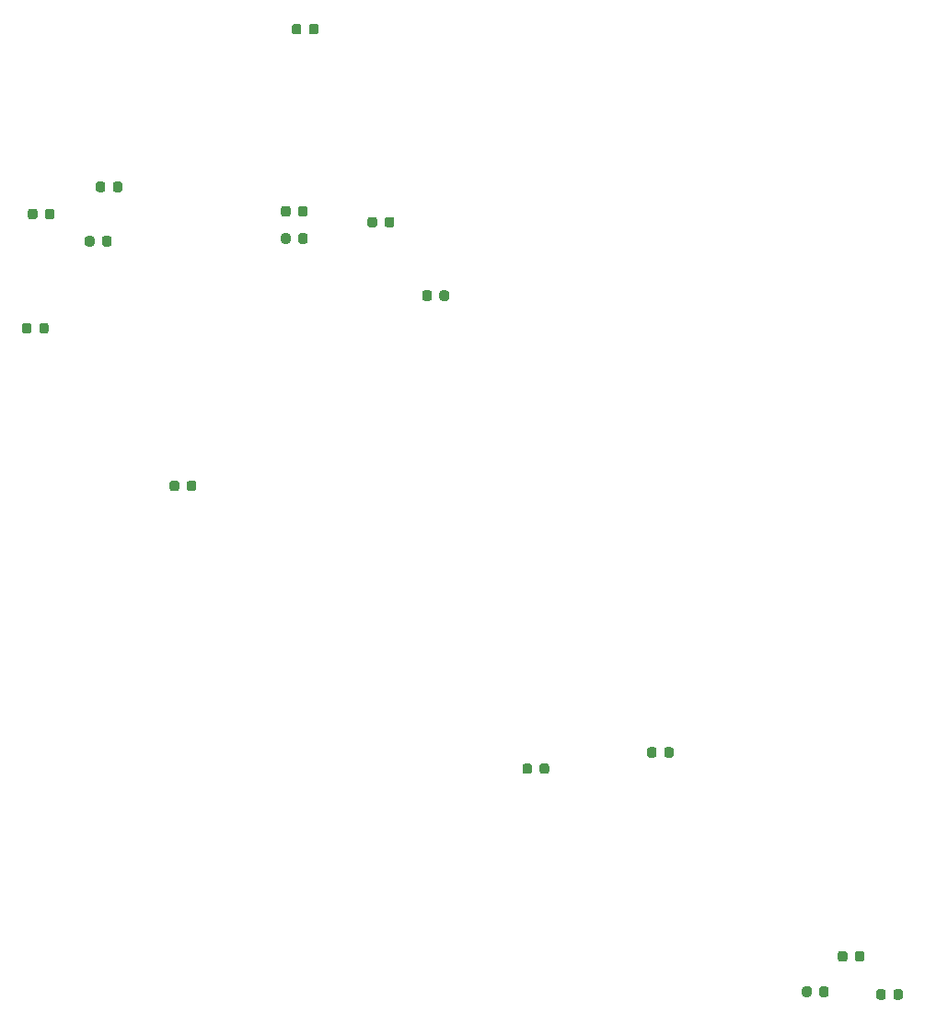
<source format=gtp>
%TF.GenerationSoftware,KiCad,Pcbnew,(5.1.6)-1*%
%TF.CreationDate,2021-11-13T13:18:40+01:00*%
%TF.ProjectId,MCP23017 Sensor Board,4d435032-3330-4313-9720-53656e736f72,rev?*%
%TF.SameCoordinates,Original*%
%TF.FileFunction,Paste,Top*%
%TF.FilePolarity,Positive*%
%FSLAX46Y46*%
G04 Gerber Fmt 4.6, Leading zero omitted, Abs format (unit mm)*
G04 Created by KiCad (PCBNEW (5.1.6)-1) date 2021-11-13 13:18:40*
%MOMM*%
%LPD*%
G01*
G04 APERTURE LIST*
G04 APERTURE END LIST*
%TO.C,R16*%
G36*
G01*
X113400000Y-66493750D02*
X113400000Y-67006250D01*
G75*
G02*
X113181250Y-67225000I-218750J0D01*
G01*
X112743750Y-67225000D01*
G75*
G02*
X112525000Y-67006250I0J218750D01*
G01*
X112525000Y-66493750D01*
G75*
G02*
X112743750Y-66275000I218750J0D01*
G01*
X113181250Y-66275000D01*
G75*
G02*
X113400000Y-66493750I0J-218750D01*
G01*
G37*
G36*
G01*
X114975000Y-66493750D02*
X114975000Y-67006250D01*
G75*
G02*
X114756250Y-67225000I-218750J0D01*
G01*
X114318750Y-67225000D01*
G75*
G02*
X114100000Y-67006250I0J218750D01*
G01*
X114100000Y-66493750D01*
G75*
G02*
X114318750Y-66275000I218750J0D01*
G01*
X114756250Y-66275000D01*
G75*
G02*
X114975000Y-66493750I0J-218750D01*
G01*
G37*
%TD*%
%TO.C,R17*%
G36*
G01*
X107612500Y-74493750D02*
X107612500Y-75006250D01*
G75*
G02*
X107393750Y-75225000I-218750J0D01*
G01*
X106956250Y-75225000D01*
G75*
G02*
X106737500Y-75006250I0J218750D01*
G01*
X106737500Y-74493750D01*
G75*
G02*
X106956250Y-74275000I218750J0D01*
G01*
X107393750Y-74275000D01*
G75*
G02*
X107612500Y-74493750I0J-218750D01*
G01*
G37*
G36*
G01*
X109187500Y-74493750D02*
X109187500Y-75006250D01*
G75*
G02*
X108968750Y-75225000I-218750J0D01*
G01*
X108531250Y-75225000D01*
G75*
G02*
X108312500Y-75006250I0J218750D01*
G01*
X108312500Y-74493750D01*
G75*
G02*
X108531250Y-74275000I218750J0D01*
G01*
X108968750Y-74275000D01*
G75*
G02*
X109187500Y-74493750I0J-218750D01*
G01*
G37*
%TD*%
%TO.C,R13*%
G36*
G01*
X114400000Y-61493750D02*
X114400000Y-62006250D01*
G75*
G02*
X114181250Y-62225000I-218750J0D01*
G01*
X113743750Y-62225000D01*
G75*
G02*
X113525000Y-62006250I0J218750D01*
G01*
X113525000Y-61493750D01*
G75*
G02*
X113743750Y-61275000I218750J0D01*
G01*
X114181250Y-61275000D01*
G75*
G02*
X114400000Y-61493750I0J-218750D01*
G01*
G37*
G36*
G01*
X115975000Y-61493750D02*
X115975000Y-62006250D01*
G75*
G02*
X115756250Y-62225000I-218750J0D01*
G01*
X115318750Y-62225000D01*
G75*
G02*
X115100000Y-62006250I0J218750D01*
G01*
X115100000Y-61493750D01*
G75*
G02*
X115318750Y-61275000I218750J0D01*
G01*
X115756250Y-61275000D01*
G75*
G02*
X115975000Y-61493750I0J-218750D01*
G01*
G37*
%TD*%
%TO.C,R12*%
G36*
G01*
X132137500Y-64256250D02*
X132137500Y-63743750D01*
G75*
G02*
X132356250Y-63525000I218750J0D01*
G01*
X132793750Y-63525000D01*
G75*
G02*
X133012500Y-63743750I0J-218750D01*
G01*
X133012500Y-64256250D01*
G75*
G02*
X132793750Y-64475000I-218750J0D01*
G01*
X132356250Y-64475000D01*
G75*
G02*
X132137500Y-64256250I0J218750D01*
G01*
G37*
G36*
G01*
X130562500Y-64256250D02*
X130562500Y-63743750D01*
G75*
G02*
X130781250Y-63525000I218750J0D01*
G01*
X131218750Y-63525000D01*
G75*
G02*
X131437500Y-63743750I0J-218750D01*
G01*
X131437500Y-64256250D01*
G75*
G02*
X131218750Y-64475000I-218750J0D01*
G01*
X130781250Y-64475000D01*
G75*
G02*
X130562500Y-64256250I0J218750D01*
G01*
G37*
%TD*%
%TO.C,R18*%
G36*
G01*
X154350000Y-115506250D02*
X154350000Y-114993750D01*
G75*
G02*
X154568750Y-114775000I218750J0D01*
G01*
X155006250Y-114775000D01*
G75*
G02*
X155225000Y-114993750I0J-218750D01*
G01*
X155225000Y-115506250D01*
G75*
G02*
X155006250Y-115725000I-218750J0D01*
G01*
X154568750Y-115725000D01*
G75*
G02*
X154350000Y-115506250I0J218750D01*
G01*
G37*
G36*
G01*
X152775000Y-115506250D02*
X152775000Y-114993750D01*
G75*
G02*
X152993750Y-114775000I218750J0D01*
G01*
X153431250Y-114775000D01*
G75*
G02*
X153650000Y-114993750I0J-218750D01*
G01*
X153650000Y-115506250D01*
G75*
G02*
X153431250Y-115725000I-218750J0D01*
G01*
X152993750Y-115725000D01*
G75*
G02*
X152775000Y-115506250I0J218750D01*
G01*
G37*
%TD*%
%TO.C,R7*%
G36*
G01*
X180062500Y-136006250D02*
X180062500Y-135493750D01*
G75*
G02*
X180281250Y-135275000I218750J0D01*
G01*
X180718750Y-135275000D01*
G75*
G02*
X180937500Y-135493750I0J-218750D01*
G01*
X180937500Y-136006250D01*
G75*
G02*
X180718750Y-136225000I-218750J0D01*
G01*
X180281250Y-136225000D01*
G75*
G02*
X180062500Y-136006250I0J218750D01*
G01*
G37*
G36*
G01*
X178487500Y-136006250D02*
X178487500Y-135493750D01*
G75*
G02*
X178706250Y-135275000I218750J0D01*
G01*
X179143750Y-135275000D01*
G75*
G02*
X179362500Y-135493750I0J-218750D01*
G01*
X179362500Y-136006250D01*
G75*
G02*
X179143750Y-136225000I-218750J0D01*
G01*
X178706250Y-136225000D01*
G75*
G02*
X178487500Y-136006250I0J218750D01*
G01*
G37*
%TD*%
%TO.C,R19*%
G36*
G01*
X165812500Y-114006250D02*
X165812500Y-113493750D01*
G75*
G02*
X166031250Y-113275000I218750J0D01*
G01*
X166468750Y-113275000D01*
G75*
G02*
X166687500Y-113493750I0J-218750D01*
G01*
X166687500Y-114006250D01*
G75*
G02*
X166468750Y-114225000I-218750J0D01*
G01*
X166031250Y-114225000D01*
G75*
G02*
X165812500Y-114006250I0J218750D01*
G01*
G37*
G36*
G01*
X164237500Y-114006250D02*
X164237500Y-113493750D01*
G75*
G02*
X164456250Y-113275000I218750J0D01*
G01*
X164893750Y-113275000D01*
G75*
G02*
X165112500Y-113493750I0J-218750D01*
G01*
X165112500Y-114006250D01*
G75*
G02*
X164893750Y-114225000I-218750J0D01*
G01*
X164456250Y-114225000D01*
G75*
G02*
X164237500Y-114006250I0J218750D01*
G01*
G37*
%TD*%
%TO.C,R11*%
G36*
G01*
X132137500Y-66756250D02*
X132137500Y-66243750D01*
G75*
G02*
X132356250Y-66025000I218750J0D01*
G01*
X132793750Y-66025000D01*
G75*
G02*
X133012500Y-66243750I0J-218750D01*
G01*
X133012500Y-66756250D01*
G75*
G02*
X132793750Y-66975000I-218750J0D01*
G01*
X132356250Y-66975000D01*
G75*
G02*
X132137500Y-66756250I0J218750D01*
G01*
G37*
G36*
G01*
X130562500Y-66756250D02*
X130562500Y-66243750D01*
G75*
G02*
X130781250Y-66025000I218750J0D01*
G01*
X131218750Y-66025000D01*
G75*
G02*
X131437500Y-66243750I0J-218750D01*
G01*
X131437500Y-66756250D01*
G75*
G02*
X131218750Y-66975000I-218750J0D01*
G01*
X130781250Y-66975000D01*
G75*
G02*
X130562500Y-66756250I0J218750D01*
G01*
G37*
%TD*%
%TO.C,R2*%
G36*
G01*
X140100000Y-65256250D02*
X140100000Y-64743750D01*
G75*
G02*
X140318750Y-64525000I218750J0D01*
G01*
X140756250Y-64525000D01*
G75*
G02*
X140975000Y-64743750I0J-218750D01*
G01*
X140975000Y-65256250D01*
G75*
G02*
X140756250Y-65475000I-218750J0D01*
G01*
X140318750Y-65475000D01*
G75*
G02*
X140100000Y-65256250I0J218750D01*
G01*
G37*
G36*
G01*
X138525000Y-65256250D02*
X138525000Y-64743750D01*
G75*
G02*
X138743750Y-64525000I218750J0D01*
G01*
X139181250Y-64525000D01*
G75*
G02*
X139400000Y-64743750I0J-218750D01*
G01*
X139400000Y-65256250D01*
G75*
G02*
X139181250Y-65475000I-218750J0D01*
G01*
X138743750Y-65475000D01*
G75*
G02*
X138525000Y-65256250I0J218750D01*
G01*
G37*
%TD*%
%TO.C,R4*%
G36*
G01*
X183350000Y-132756250D02*
X183350000Y-132243750D01*
G75*
G02*
X183568750Y-132025000I218750J0D01*
G01*
X184006250Y-132025000D01*
G75*
G02*
X184225000Y-132243750I0J-218750D01*
G01*
X184225000Y-132756250D01*
G75*
G02*
X184006250Y-132975000I-218750J0D01*
G01*
X183568750Y-132975000D01*
G75*
G02*
X183350000Y-132756250I0J218750D01*
G01*
G37*
G36*
G01*
X181775000Y-132756250D02*
X181775000Y-132243750D01*
G75*
G02*
X181993750Y-132025000I218750J0D01*
G01*
X182431250Y-132025000D01*
G75*
G02*
X182650000Y-132243750I0J-218750D01*
G01*
X182650000Y-132756250D01*
G75*
G02*
X182431250Y-132975000I-218750J0D01*
G01*
X181993750Y-132975000D01*
G75*
G02*
X181775000Y-132756250I0J218750D01*
G01*
G37*
%TD*%
%TO.C,R5*%
G36*
G01*
X186887500Y-136256250D02*
X186887500Y-135743750D01*
G75*
G02*
X187106250Y-135525000I218750J0D01*
G01*
X187543750Y-135525000D01*
G75*
G02*
X187762500Y-135743750I0J-218750D01*
G01*
X187762500Y-136256250D01*
G75*
G02*
X187543750Y-136475000I-218750J0D01*
G01*
X187106250Y-136475000D01*
G75*
G02*
X186887500Y-136256250I0J218750D01*
G01*
G37*
G36*
G01*
X185312500Y-136256250D02*
X185312500Y-135743750D01*
G75*
G02*
X185531250Y-135525000I218750J0D01*
G01*
X185968750Y-135525000D01*
G75*
G02*
X186187500Y-135743750I0J-218750D01*
G01*
X186187500Y-136256250D01*
G75*
G02*
X185968750Y-136475000I-218750J0D01*
G01*
X185531250Y-136475000D01*
G75*
G02*
X185312500Y-136256250I0J218750D01*
G01*
G37*
%TD*%
%TO.C,R24*%
G36*
G01*
X121887500Y-89506250D02*
X121887500Y-88993750D01*
G75*
G02*
X122106250Y-88775000I218750J0D01*
G01*
X122543750Y-88775000D01*
G75*
G02*
X122762500Y-88993750I0J-218750D01*
G01*
X122762500Y-89506250D01*
G75*
G02*
X122543750Y-89725000I-218750J0D01*
G01*
X122106250Y-89725000D01*
G75*
G02*
X121887500Y-89506250I0J218750D01*
G01*
G37*
G36*
G01*
X120312500Y-89506250D02*
X120312500Y-88993750D01*
G75*
G02*
X120531250Y-88775000I218750J0D01*
G01*
X120968750Y-88775000D01*
G75*
G02*
X121187500Y-88993750I0J-218750D01*
G01*
X121187500Y-89506250D01*
G75*
G02*
X120968750Y-89725000I-218750J0D01*
G01*
X120531250Y-89725000D01*
G75*
G02*
X120312500Y-89506250I0J218750D01*
G01*
G37*
%TD*%
%TO.C,R20*%
G36*
G01*
X133137500Y-47506250D02*
X133137500Y-46993750D01*
G75*
G02*
X133356250Y-46775000I218750J0D01*
G01*
X133793750Y-46775000D01*
G75*
G02*
X134012500Y-46993750I0J-218750D01*
G01*
X134012500Y-47506250D01*
G75*
G02*
X133793750Y-47725000I-218750J0D01*
G01*
X133356250Y-47725000D01*
G75*
G02*
X133137500Y-47506250I0J218750D01*
G01*
G37*
G36*
G01*
X131562500Y-47506250D02*
X131562500Y-46993750D01*
G75*
G02*
X131781250Y-46775000I218750J0D01*
G01*
X132218750Y-46775000D01*
G75*
G02*
X132437500Y-46993750I0J-218750D01*
G01*
X132437500Y-47506250D01*
G75*
G02*
X132218750Y-47725000I-218750J0D01*
G01*
X131781250Y-47725000D01*
G75*
G02*
X131562500Y-47506250I0J218750D01*
G01*
G37*
%TD*%
%TO.C,R15*%
G36*
G01*
X108150000Y-63993750D02*
X108150000Y-64506250D01*
G75*
G02*
X107931250Y-64725000I-218750J0D01*
G01*
X107493750Y-64725000D01*
G75*
G02*
X107275000Y-64506250I0J218750D01*
G01*
X107275000Y-63993750D01*
G75*
G02*
X107493750Y-63775000I218750J0D01*
G01*
X107931250Y-63775000D01*
G75*
G02*
X108150000Y-63993750I0J-218750D01*
G01*
G37*
G36*
G01*
X109725000Y-63993750D02*
X109725000Y-64506250D01*
G75*
G02*
X109506250Y-64725000I-218750J0D01*
G01*
X109068750Y-64725000D01*
G75*
G02*
X108850000Y-64506250I0J218750D01*
G01*
X108850000Y-63993750D01*
G75*
G02*
X109068750Y-63775000I218750J0D01*
G01*
X109506250Y-63775000D01*
G75*
G02*
X109725000Y-63993750I0J-218750D01*
G01*
G37*
%TD*%
%TO.C,R10*%
G36*
G01*
X145137500Y-72006250D02*
X145137500Y-71493750D01*
G75*
G02*
X145356250Y-71275000I218750J0D01*
G01*
X145793750Y-71275000D01*
G75*
G02*
X146012500Y-71493750I0J-218750D01*
G01*
X146012500Y-72006250D01*
G75*
G02*
X145793750Y-72225000I-218750J0D01*
G01*
X145356250Y-72225000D01*
G75*
G02*
X145137500Y-72006250I0J218750D01*
G01*
G37*
G36*
G01*
X143562500Y-72006250D02*
X143562500Y-71493750D01*
G75*
G02*
X143781250Y-71275000I218750J0D01*
G01*
X144218750Y-71275000D01*
G75*
G02*
X144437500Y-71493750I0J-218750D01*
G01*
X144437500Y-72006250D01*
G75*
G02*
X144218750Y-72225000I-218750J0D01*
G01*
X143781250Y-72225000D01*
G75*
G02*
X143562500Y-72006250I0J218750D01*
G01*
G37*
%TD*%
M02*

</source>
